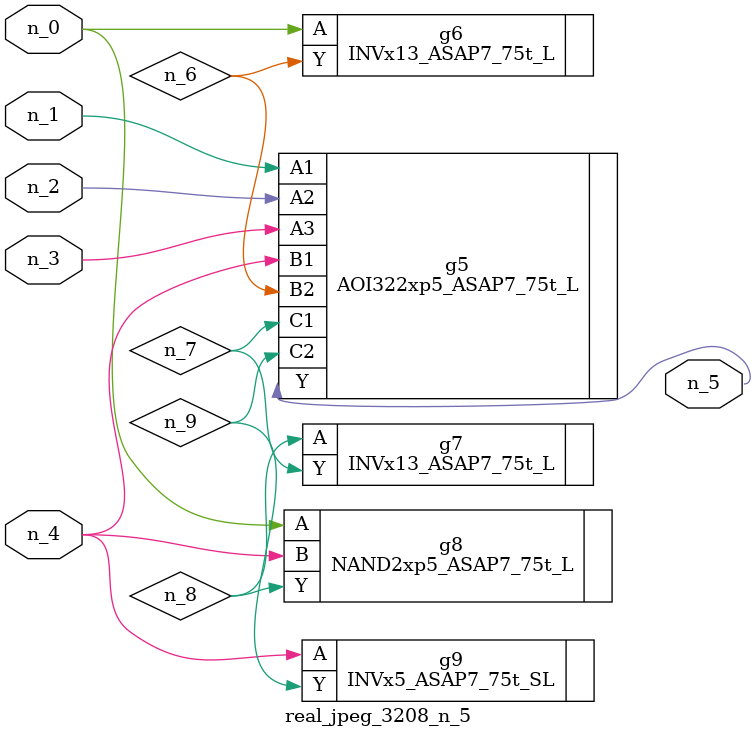
<source format=v>
module real_jpeg_3208_n_5 (n_4, n_0, n_1, n_2, n_3, n_5);

input n_4;
input n_0;
input n_1;
input n_2;
input n_3;

output n_5;

wire n_8;
wire n_6;
wire n_7;
wire n_9;

INVx13_ASAP7_75t_L g6 ( 
.A(n_0),
.Y(n_6)
);

NAND2xp5_ASAP7_75t_L g8 ( 
.A(n_0),
.B(n_4),
.Y(n_8)
);

AOI322xp5_ASAP7_75t_L g5 ( 
.A1(n_1),
.A2(n_2),
.A3(n_3),
.B1(n_4),
.B2(n_6),
.C1(n_7),
.C2(n_9),
.Y(n_5)
);

INVx5_ASAP7_75t_SL g9 ( 
.A(n_4),
.Y(n_9)
);

INVx13_ASAP7_75t_L g7 ( 
.A(n_8),
.Y(n_7)
);


endmodule
</source>
